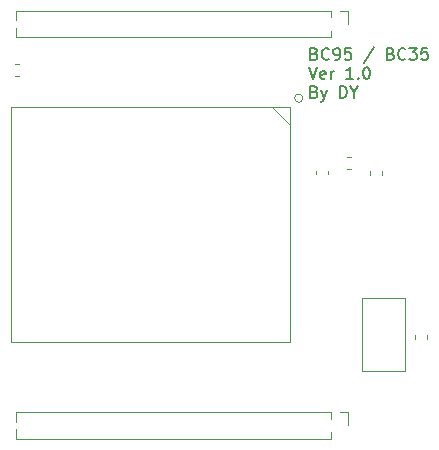
<source format=gbr>
G04 #@! TF.GenerationSoftware,KiCad,Pcbnew,5.99.0-unknown-df3fabf~86~ubuntu18.04.1*
G04 #@! TF.CreationDate,2019-10-25T19:04:56-04:00*
G04 #@! TF.ProjectId,bc95_bc35_module_board,62633935-5f62-4633-9335-5f6d6f64756c,rev?*
G04 #@! TF.SameCoordinates,Original*
G04 #@! TF.FileFunction,Legend,Top*
G04 #@! TF.FilePolarity,Positive*
%FSLAX46Y46*%
G04 Gerber Fmt 4.6, Leading zero omitted, Abs format (unit mm)*
G04 Created by KiCad (PCBNEW 5.99.0-unknown-df3fabf~86~ubuntu18.04.1) date 2019-10-25 19:04:56*
%MOMM*%
%LPD*%
G04 APERTURE LIST*
%ADD10C,0.150000*%
%ADD11C,0.120000*%
G04 APERTURE END LIST*
D10*
X158868928Y-85518571D02*
X159011785Y-85566190D01*
X159059404Y-85613809D01*
X159107023Y-85709047D01*
X159107023Y-85851904D01*
X159059404Y-85947142D01*
X159011785Y-85994761D01*
X158916547Y-86042380D01*
X158535595Y-86042380D01*
X158535595Y-85042380D01*
X158868928Y-85042380D01*
X158964166Y-85090000D01*
X159011785Y-85137619D01*
X159059404Y-85232857D01*
X159059404Y-85328095D01*
X159011785Y-85423333D01*
X158964166Y-85470952D01*
X158868928Y-85518571D01*
X158535595Y-85518571D01*
X160107023Y-85947142D02*
X160059404Y-85994761D01*
X159916547Y-86042380D01*
X159821309Y-86042380D01*
X159678452Y-85994761D01*
X159583214Y-85899523D01*
X159535595Y-85804285D01*
X159487976Y-85613809D01*
X159487976Y-85470952D01*
X159535595Y-85280476D01*
X159583214Y-85185238D01*
X159678452Y-85090000D01*
X159821309Y-85042380D01*
X159916547Y-85042380D01*
X160059404Y-85090000D01*
X160107023Y-85137619D01*
X160583214Y-86042380D02*
X160773690Y-86042380D01*
X160868928Y-85994761D01*
X160916547Y-85947142D01*
X161011785Y-85804285D01*
X161059404Y-85613809D01*
X161059404Y-85232857D01*
X161011785Y-85137619D01*
X160964166Y-85090000D01*
X160868928Y-85042380D01*
X160678452Y-85042380D01*
X160583214Y-85090000D01*
X160535595Y-85137619D01*
X160487976Y-85232857D01*
X160487976Y-85470952D01*
X160535595Y-85566190D01*
X160583214Y-85613809D01*
X160678452Y-85661428D01*
X160868928Y-85661428D01*
X160964166Y-85613809D01*
X161011785Y-85566190D01*
X161059404Y-85470952D01*
X161964166Y-85042380D02*
X161487976Y-85042380D01*
X161440357Y-85518571D01*
X161487976Y-85470952D01*
X161583214Y-85423333D01*
X161821309Y-85423333D01*
X161916547Y-85470952D01*
X161964166Y-85518571D01*
X162011785Y-85613809D01*
X162011785Y-85851904D01*
X161964166Y-85947142D01*
X161916547Y-85994761D01*
X161821309Y-86042380D01*
X161583214Y-86042380D01*
X161487976Y-85994761D01*
X161440357Y-85947142D01*
X163916547Y-84994761D02*
X163059404Y-86280476D01*
X165345119Y-85518571D02*
X165487976Y-85566190D01*
X165535595Y-85613809D01*
X165583214Y-85709047D01*
X165583214Y-85851904D01*
X165535595Y-85947142D01*
X165487976Y-85994761D01*
X165392738Y-86042380D01*
X165011785Y-86042380D01*
X165011785Y-85042380D01*
X165345119Y-85042380D01*
X165440357Y-85090000D01*
X165487976Y-85137619D01*
X165535595Y-85232857D01*
X165535595Y-85328095D01*
X165487976Y-85423333D01*
X165440357Y-85470952D01*
X165345119Y-85518571D01*
X165011785Y-85518571D01*
X166583214Y-85947142D02*
X166535595Y-85994761D01*
X166392738Y-86042380D01*
X166297500Y-86042380D01*
X166154642Y-85994761D01*
X166059404Y-85899523D01*
X166011785Y-85804285D01*
X165964166Y-85613809D01*
X165964166Y-85470952D01*
X166011785Y-85280476D01*
X166059404Y-85185238D01*
X166154642Y-85090000D01*
X166297500Y-85042380D01*
X166392738Y-85042380D01*
X166535595Y-85090000D01*
X166583214Y-85137619D01*
X166916547Y-85042380D02*
X167535595Y-85042380D01*
X167202261Y-85423333D01*
X167345119Y-85423333D01*
X167440357Y-85470952D01*
X167487976Y-85518571D01*
X167535595Y-85613809D01*
X167535595Y-85851904D01*
X167487976Y-85947142D01*
X167440357Y-85994761D01*
X167345119Y-86042380D01*
X167059404Y-86042380D01*
X166964166Y-85994761D01*
X166916547Y-85947142D01*
X168440357Y-85042380D02*
X167964166Y-85042380D01*
X167916547Y-85518571D01*
X167964166Y-85470952D01*
X168059404Y-85423333D01*
X168297500Y-85423333D01*
X168392738Y-85470952D01*
X168440357Y-85518571D01*
X168487976Y-85613809D01*
X168487976Y-85851904D01*
X168440357Y-85947142D01*
X168392738Y-85994761D01*
X168297500Y-86042380D01*
X168059404Y-86042380D01*
X167964166Y-85994761D01*
X167916547Y-85947142D01*
X158392738Y-86652380D02*
X158726071Y-87652380D01*
X159059404Y-86652380D01*
X159773690Y-87604761D02*
X159678452Y-87652380D01*
X159487976Y-87652380D01*
X159392738Y-87604761D01*
X159345119Y-87509523D01*
X159345119Y-87128571D01*
X159392738Y-87033333D01*
X159487976Y-86985714D01*
X159678452Y-86985714D01*
X159773690Y-87033333D01*
X159821309Y-87128571D01*
X159821309Y-87223809D01*
X159345119Y-87319047D01*
X160249880Y-87652380D02*
X160249880Y-86985714D01*
X160249880Y-87176190D02*
X160297500Y-87080952D01*
X160345119Y-87033333D01*
X160440357Y-86985714D01*
X160535595Y-86985714D01*
X162154642Y-87652380D02*
X161583214Y-87652380D01*
X161868928Y-87652380D02*
X161868928Y-86652380D01*
X161773690Y-86795238D01*
X161678452Y-86890476D01*
X161583214Y-86938095D01*
X162583214Y-87557142D02*
X162630833Y-87604761D01*
X162583214Y-87652380D01*
X162535595Y-87604761D01*
X162583214Y-87557142D01*
X162583214Y-87652380D01*
X163249880Y-86652380D02*
X163345119Y-86652380D01*
X163440357Y-86700000D01*
X163487976Y-86747619D01*
X163535595Y-86842857D01*
X163583214Y-87033333D01*
X163583214Y-87271428D01*
X163535595Y-87461904D01*
X163487976Y-87557142D01*
X163440357Y-87604761D01*
X163345119Y-87652380D01*
X163249880Y-87652380D01*
X163154642Y-87604761D01*
X163107023Y-87557142D01*
X163059404Y-87461904D01*
X163011785Y-87271428D01*
X163011785Y-87033333D01*
X163059404Y-86842857D01*
X163107023Y-86747619D01*
X163154642Y-86700000D01*
X163249880Y-86652380D01*
X158868928Y-88738571D02*
X159011785Y-88786190D01*
X159059404Y-88833809D01*
X159107023Y-88929047D01*
X159107023Y-89071904D01*
X159059404Y-89167142D01*
X159011785Y-89214761D01*
X158916547Y-89262380D01*
X158535595Y-89262380D01*
X158535595Y-88262380D01*
X158868928Y-88262380D01*
X158964166Y-88310000D01*
X159011785Y-88357619D01*
X159059404Y-88452857D01*
X159059404Y-88548095D01*
X159011785Y-88643333D01*
X158964166Y-88690952D01*
X158868928Y-88738571D01*
X158535595Y-88738571D01*
X159440357Y-88595714D02*
X159678452Y-89262380D01*
X159916547Y-88595714D02*
X159678452Y-89262380D01*
X159583214Y-89500476D01*
X159535595Y-89548095D01*
X159440357Y-89595714D01*
X161059404Y-89262380D02*
X161059404Y-88262380D01*
X161297500Y-88262380D01*
X161440357Y-88310000D01*
X161535595Y-88405238D01*
X161583214Y-88500476D01*
X161630833Y-88690952D01*
X161630833Y-88833809D01*
X161583214Y-89024285D01*
X161535595Y-89119523D01*
X161440357Y-89214761D01*
X161297500Y-89262380D01*
X161059404Y-89262380D01*
X162249880Y-88786190D02*
X162249880Y-89262380D01*
X161916547Y-88262380D02*
X162249880Y-88786190D01*
X162583214Y-88262380D01*
D11*
X156800000Y-109950000D02*
X133200000Y-109950000D01*
X133200000Y-109950000D02*
X133200000Y-90050000D01*
X133200000Y-90050000D02*
X156800000Y-90050000D01*
X156800000Y-90050000D02*
X156800000Y-109950000D01*
X156800000Y-91550000D02*
X155300000Y-90050000D01*
X157900000Y-89300000D02*
G75*
G03X157900000Y-89300000I-350000J0D01*
G01*
X166510000Y-112360000D02*
X162890000Y-112360000D01*
X166510000Y-106240000D02*
X166510000Y-112360000D01*
X162890000Y-106240000D02*
X166510000Y-106240000D01*
X162890000Y-112360000D02*
X162890000Y-106240000D01*
X133862779Y-86390000D02*
X133537221Y-86390000D01*
X133862779Y-87410000D02*
X133537221Y-87410000D01*
X161962779Y-94290000D02*
X161637221Y-94290000D01*
X161962779Y-95310000D02*
X161637221Y-95310000D01*
X161760000Y-115890000D02*
X161760000Y-117000000D01*
X161000000Y-115890000D02*
X161760000Y-115890000D01*
X160240000Y-117563471D02*
X160240000Y-118110000D01*
X160240000Y-115890000D02*
X160240000Y-116436529D01*
X160240000Y-118110000D02*
X133635000Y-118110000D01*
X160240000Y-115890000D02*
X133635000Y-115890000D01*
X133635000Y-117307530D02*
X133635000Y-118110000D01*
X133635000Y-115890000D02*
X133635000Y-116692470D01*
X161760000Y-81890000D02*
X161760000Y-83000000D01*
X161000000Y-81890000D02*
X161760000Y-81890000D01*
X160240000Y-83563471D02*
X160240000Y-84110000D01*
X160240000Y-81890000D02*
X160240000Y-82436529D01*
X160240000Y-84110000D02*
X133635000Y-84110000D01*
X160240000Y-81890000D02*
X133635000Y-81890000D01*
X133635000Y-83307530D02*
X133635000Y-84110000D01*
X133635000Y-81890000D02*
X133635000Y-82692470D01*
X163590000Y-95437221D02*
X163590000Y-95762779D01*
X164610000Y-95437221D02*
X164610000Y-95762779D01*
X158990000Y-95424721D02*
X158990000Y-95750279D01*
X160010000Y-95424721D02*
X160010000Y-95750279D01*
X167390000Y-109337221D02*
X167390000Y-109662779D01*
X168410000Y-109337221D02*
X168410000Y-109662779D01*
M02*

</source>
